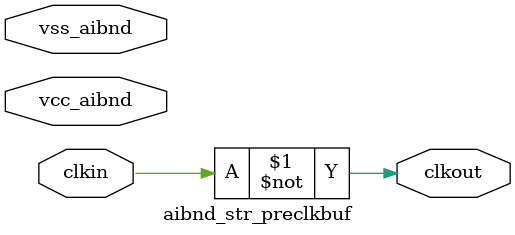
<source format=v>
module aibnd_str_preclkbuf(	// file.cleaned.mlir:2:3
  input  clkin,	// file.cleaned.mlir:2:37
         vcc_aibnd,	// file.cleaned.mlir:2:53
         vss_aibnd,	// file.cleaned.mlir:2:73
  output clkout	// file.cleaned.mlir:2:94
);

  assign clkout = ~clkin;	// file.cleaned.mlir:4:10, :5:5
endmodule


</source>
